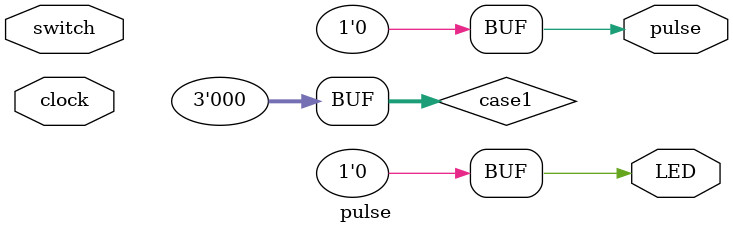
<source format=v>
module pulse (clock,switch,LED, pulse);

input clock;
input switch;
output reg pulse=0;
reg edgeDetect = 1;
reg [31:0] clk_div;
reg trigger = 0;
reg [2:0] case1 = 0;
output reg LED = 0;


always @(posedge clock)
begin

edgeDetect<=switch;
if(edgeDetect && ~switch)

trigger <= 1;

else
trigger <=0;

/*case(case1)
if (trigger) 
case1 <= 1;
clk_div<=5000000;
1: begin 
pulse<=1;
LED<=!LED;
case1<=2;
end
2: begin 
	pulse<=0;
	case1 <= 0;
	end
0: begin end 
endcase*/

end
endmodule 
</source>
